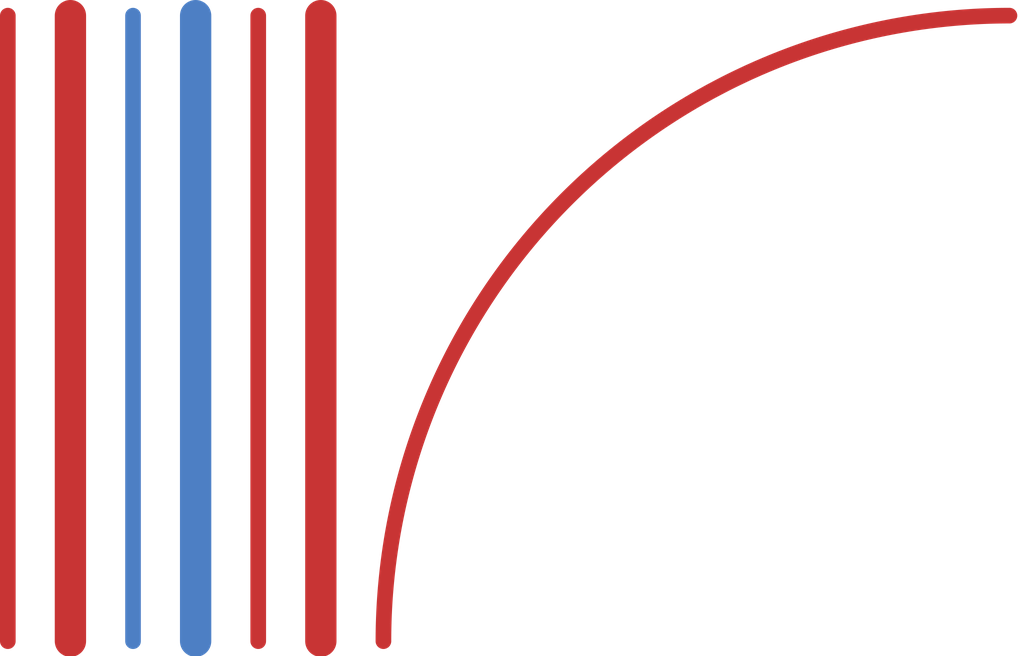
<source format=kicad_pcb>
(kicad_pcb (version 20211014) (generator pcbnew)

  (general
    (thickness 1.6)
  )

  (paper "User" 399.999 299.999)
  (title_block
    (title "A board")
    (date "2023-02-01")
    (rev "v1")
    (company "Winterbloom")
    (comment 1 "Comment 1")
    (comment 3 "Comment 3")
    (comment 5 "Comment 5")
    (comment 7 "Comment 7")
    (comment 9 "Comment 9")
  )

  (layers
    (0 "F.Cu" signal)
    (31 "B.Cu" signal)
    (32 "B.Adhes" user "B.Adhesive")
    (33 "F.Adhes" user "F.Adhesive")
    (34 "B.Paste" user)
    (35 "F.Paste" user)
    (36 "B.SilkS" user "B.Silkscreen")
    (37 "F.SilkS" user "F.Silkscreen")
    (38 "B.Mask" user)
    (39 "F.Mask" user)
    (40 "Dwgs.User" user "User.Drawings")
    (41 "Cmts.User" user "User.Comments")
    (42 "Eco1.User" user "User.Eco1")
    (43 "Eco2.User" user "User.Eco2")
    (44 "Edge.Cuts" user)
    (45 "Margin" user)
    (46 "B.CrtYd" user "B.Courtyard")
    (47 "F.CrtYd" user "F.Courtyard")
    (48 "B.Fab" user)
    (49 "F.Fab" user)
    (50 "User.1" user)
    (51 "User.2" user)
    (52 "User.3" user)
    (53 "User.4" user)
    (54 "User.5" user)
    (55 "User.6" user)
    (56 "User.7" user)
    (57 "User.8" user)
    (58 "User.9" user)
  )

  (setup
    (pad_to_mask_clearance 0)
    (pcbplotparams
      (layerselection 0x00010fc_ffffffff)
      (disableapertmacros false)
      (usegerberextensions false)
      (usegerberattributes true)
      (usegerberadvancedattributes true)
      (creategerberjobfile true)
      (svguseinch false)
      (svgprecision 6)
      (excludeedgelayer true)
      (plotframeref false)
      (viasonmask false)
      (mode 1)
      (useauxorigin false)
      (hpglpennumber 1)
      (hpglpenspeed 20)
      (hpglpendiameter 15.000000)
      (dxfpolygonmode true)
      (dxfimperialunits true)
      (dxfusepcbnewfont true)
      (psnegative false)
      (psa4output false)
      (plotreference true)
      (plotvalue true)
      (plotinvisibletext false)
      (sketchpadsonfab false)
      (subtractmaskfromsilk false)
      (outputformat 1)
      (mirror false)
      (drillshape 1)
      (scaleselection 1)
      (outputdirectory "")
    )
  )

  (net 0 "")
  (net 1 "one")
  (net 2 "two")

  (segment locked (start 1 0) (end 1 10) (width 0.5) (layer "F.Cu") (net 0) (tstamp 3cc8ce59-b2db-419b-b2d0-186e8e4c2e9b))
  (segment (start 0 0) (end 0 10) (width 0.25) (layer "F.Cu") (net 0) (tstamp 41788f76-bfa8-4e45-b08f-3ed41d0d66c7))
  (segment locked (start 5 0) (end 5 10) (width 0.5) (layer "F.Cu") (net 0) (tstamp 59644de2-dc7e-409c-9ca7-5a6e6c028cb2))
  (arc locked (start 6 10) (mid 8.928932 2.928932) (end 16 0) (width 0.25) (layer "F.Cu") (net 0) (tstamp 6d546cb6-5f27-4336-8a56-82c72083d11a))
  (segment (start 3 0) (end 3 10) (width 0.5) (layer "B.Cu") (net 0) (tstamp ce5bdfb8-52d0-411e-9d33-eeeee3c1a7b1))
  (segment (start 2 0) (end 2 10) (width 0.25) (layer "B.Cu") (net 1) (tstamp 3692fa4a-46d7-41a7-8669-79981016fcef))
  (segment (start 4 0) (end 4 10) (width 0.25) (layer "F.Cu") (net 2) (tstamp 3ad0703d-4033-4ca1-9644-86ac3f9185e1))

)

</source>
